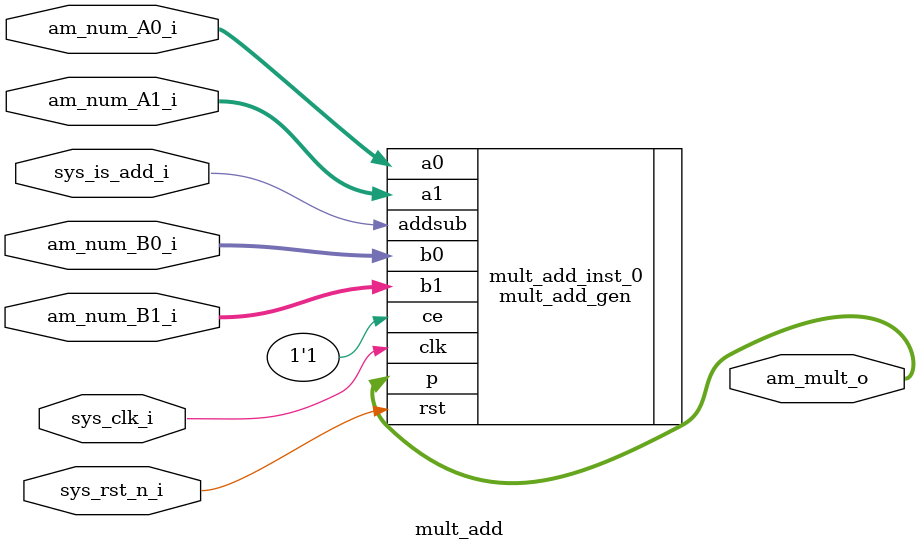
<source format=v>
`timescale 1ns/1ps

module mult_add(
           input sys_clk_i,
           input sys_rst_n_i,
           input sys_is_add_i,
           input [15: 0] am_num_A0_i,
           input [15: 0] am_num_A1_i,
           input [15: 0] am_num_B0_i,
           input [15: 0] am_num_B1_i,
           output [15: 0] am_mult_o
       );

mult_add_gen mult_add_inst_0(
    .ce(1'b1),
    .rst(sys_rst_n_i),
    .clk(sys_clk_i),
    .a0(am_num_A0_i),
    .a1(am_num_A1_i),
    .b0(am_num_B0_i),
    .b1(am_num_B1_i),
    .addsub(sys_is_add_i),
    .p(am_mult_o)
);

endmodule

</source>
